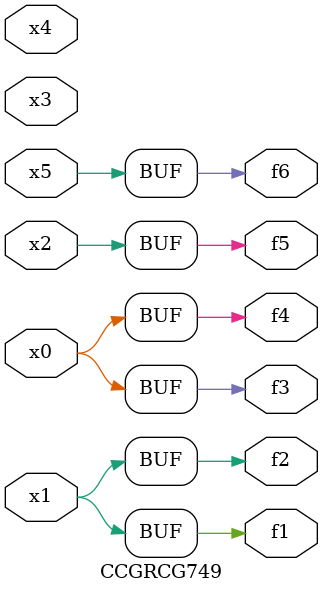
<source format=v>
module CCGRCG749(
	input x0, x1, x2, x3, x4, x5,
	output f1, f2, f3, f4, f5, f6
);
	assign f1 = x1;
	assign f2 = x1;
	assign f3 = x0;
	assign f4 = x0;
	assign f5 = x2;
	assign f6 = x5;
endmodule

</source>
